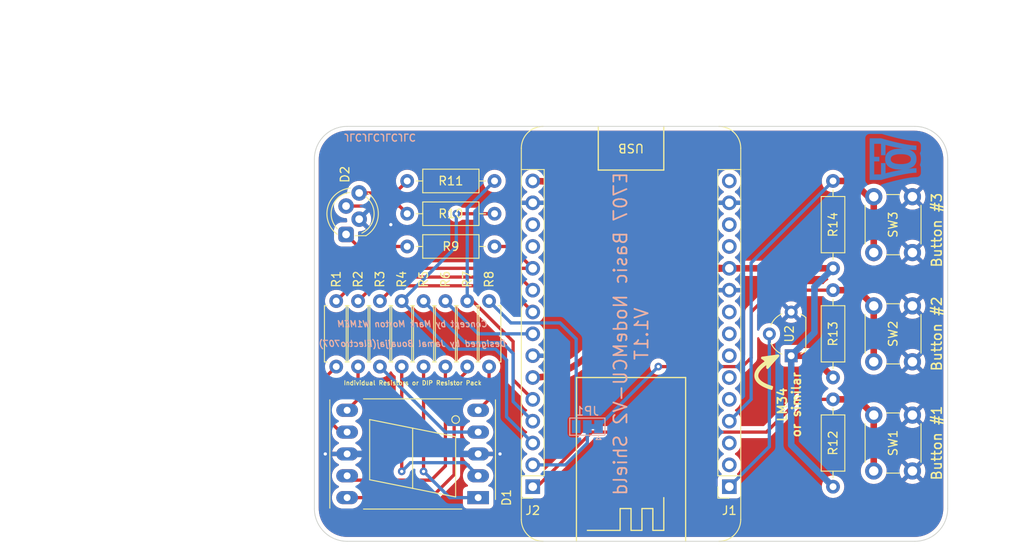
<source format=kicad_pcb>
(kicad_pcb (version 20210228) (generator pcbnew)
  (layers (0 "F.Cu" signal) (31 "B.Cu" signal) (34 "B.Paste" user) (35 "F.Paste" user) (36 "B.SilkS" user "B.Silkscreen") (37 "F.SilkS" user "F.Silkscreen") (38 "B.Mask" user) (39 "F.Mask" user) (44 "Edge.Cuts" user))
  (net 0 "")
  (net 1 "Net-(D1-Pad4)")
  (net 2 "+3V3")
  (net 3 "/BT2")
  (net 4 "/BT1")
  (net 5 "/SEGG")
  (net 6 "/SEGF")
  (net 7 "/SEGE")
  (net 8 "/SEGD")
  (net 9 "/SEGC")
  (net 10 "/SEGB")
  (net 11 "Net-(D1-Pad6)")
  (net 12 "/SEGA")
  (net 13 "GND")
  (net 14 "Net-(D1-Pad2)")
  (net 22 "Net-(D1-Pad5)")
  (net 23 "/TEMP")
  (net 24 "Net-(D1-Pad1)")
  (net 28 "Net-(D1-Pad9)")
  (net 29 "Net-(D1-Pad10)")
  (net 30 "Net-(D1-Pad7)")
  (net 31 "Net-(D2-Pad1)")
  (net 32 "Net-(D2-Pad3)")
  (net 35 "Net-(D2-Pad4)")
  (net 36 "/BT3")
  (net 37 "/SEGDP")
  (net 38 "/IO-C1")
  (footprint "Resistor_THT:R_Axial_DIN0207_L6.3mm_D2.5mm_P10.16mm_Horizontal" (layer "F.Cu") (at 186.055 37.465 180)
    (fp_text reference "R10" (at 5.08 0 180) (layer "F.SilkS"))
    (fp_text value "330")
    (pad "1" thru_hole circle (at 0 0 180) (size 1.6 1.6) (drill 0.8) (layers *.Cu *.Mask) (net 8 "/SEGD"))
    (pad "2" thru_hole oval (at 10.16 0 180) (size 1.6 1.6) (drill 0.8) (layers *.Cu *.Mask) (net 32 "Net-(D2-Pad3)"))
  )
  (footprint "Resistor_THT:R_Axial_DIN0207_L6.3mm_D2.5mm_P7.62mm_Horizontal" (layer "F.Cu") (at 182.88 47.625 -90)
    (fp_text reference "R7" (at -2.54 0 90) (layer "F.SilkS"))
    (fp_text value "330")
    (pad "1" thru_hole circle (at 0 0 270) (size 1.6 1.6) (drill 0.8) (layers *.Cu *.Mask) (net 5 "/SEGG"))
    (pad "2" thru_hole oval (at 7.62 0 270) (size 1.6 1.6) (drill 0.8) (layers *.Cu *.Mask) (net 29 "Net-(D1-Pad10)"))
  )
  (footprint "Resistor_THT:R_Axial_DIN0207_L6.3mm_D2.5mm_P7.62mm_Horizontal" (layer "F.Cu") (at 175.26 47.625 -90)
    (fp_text reference "R4" (at -2.54 0 90) (layer "F.SilkS"))
    (fp_text value "330")
    (pad "1" thru_hole circle (at 0 0 270) (size 1.6 1.6) (drill 0.8) (layers *.Cu *.Mask) (net 8 "/SEGD"))
    (pad "2" thru_hole oval (at 7.62 0 270) (size 1.6 1.6) (drill 0.8) (layers *.Cu *.Mask) (net 14 "Net-(D1-Pad2)"))
  )
  (footprint "Resistor_THT:R_Axial_DIN0207_L6.3mm_D2.5mm_P7.62mm_Horizontal" (layer "F.Cu") (at 172.72 47.625 -90)
    (fp_text reference "R3" (at -2.54 0 90) (layer "F.SilkS"))
    (fp_text value "330")
    (pad "1" thru_hole circle (at 0 0 270) (size 1.6 1.6) (drill 0.8) (layers *.Cu *.Mask) (net 9 "/SEGC"))
    (pad "2" thru_hole oval (at 7.62 0 270) (size 1.6 1.6) (drill 0.8) (layers *.Cu *.Mask) (net 1 "Net-(D1-Pad4)"))
  )
  (footprint "Connector_PinSocket_2.54mm:PinSocket_1x15_P2.54mm_Vertical" (layer "F.Cu") (at 213.36 69.215 180)
    (fp_text reference "J1" (at 0 -2.77) (layer "F.SilkS"))
    (fp_text value "Conn_01x15_Female")
    (pad "1" thru_hole rect (at 0 0 180) (size 1.7 1.7) (drill 1) (layers *.Cu *.Mask) (net 23 "/TEMP"))
    (pad "2" thru_hole oval (at 0 2.54 180) (size 1.7 1.7) (drill 1) (layers *.Cu *.Mask))
    (pad "3" thru_hole oval (at 0 5.08 180) (size 1.7 1.7) (drill 1) (layers *.Cu *.Mask))
    (pad "4" thru_hole oval (at 0 7.62 180) (size 1.7 1.7) (drill 1) (layers *.Cu *.Mask) (net 36 "/BT3"))
    (pad "5" thru_hole oval (at 0 10.16 180) (size 1.7 1.7) (drill 1) (layers *.Cu *.Mask))
    (pad "6" thru_hole oval (at 0 12.7 180) (size 1.7 1.7) (drill 1) (layers *.Cu *.Mask))
    (pad "7" thru_hole oval (at 0 15.24 180) (size 1.7 1.7) (drill 1) (layers *.Cu *.Mask))
    (pad "8" thru_hole oval (at 0 17.78 180) (size 1.7 1.7) (drill 1) (layers *.Cu *.Mask))
    (pad "9" thru_hole oval (at 0 20.32 180) (size 1.7 1.7) (drill 1) (layers *.Cu *.Mask))
    (pad "10" thru_hole oval (at 0 22.86 180) (size 1.7 1.7) (drill 1) (layers *.Cu *.Mask) (net 13 "GND"))
    (pad "11" thru_hole oval (at 0 25.4 180) (size 1.7 1.7) (drill 1) (layers *.Cu *.Mask) (net 2 "+3V3"))
    (pad "12" thru_hole oval (at 0 27.94 180) (size 1.7 1.7) (drill 1) (layers *.Cu *.Mask))
    (pad "13" thru_hole oval (at 0 30.48 180) (size 1.7 1.7) (drill 1) (layers *.Cu *.Mask))
    (pad "14" thru_hole oval (at 0 33.02 180) (size 1.7 1.7) (drill 1) (layers *.Cu *.Mask) (net 13 "GND"))
    (pad "15" thru_hole oval (at 0 35.56 180) (size 1.7 1.7) (drill 1) (layers *.Cu *.Mask))
  )
  (footprint "Logo:NPN_6x6mm" (layer "F.Cu") (at 219.71 31.115 90)
    (fp_text reference "Ref**" hide)
    (fp_text value "Val**" hide)
  )
  (footprint "Resistor_THT:R_Axial_DIN0207_L6.3mm_D2.5mm_P7.62mm_Horizontal" (layer "F.Cu") (at 180.34 47.625 -90)
    (fp_text reference "R6" (at -2.54 0 90) (layer "F.SilkS"))
    (fp_text value "330")
    (pad "1" thru_hole circle (at 0 0 270) (size 1.6 1.6) (drill 0.8) (layers *.Cu *.Mask) (net 6 "/SEGF"))
    (pad "2" thru_hole oval (at 7.62 0 270) (size 1.6 1.6) (drill 0.8) (layers *.Cu *.Mask) (net 28 "Net-(D1-Pad9)"))
  )
  (footprint "Resistor_THT:R_Axial_DIN0207_L6.3mm_D2.5mm_P7.62mm_Horizontal" (layer "F.Cu") (at 177.8 47.625 -90)
    (fp_text reference "R5" (at -2.54 0 90) (layer "F.SilkS"))
    (fp_text value "330")
    (pad "1" thru_hole circle (at 0 0 270) (size 1.6 1.6) (drill 0.8) (layers *.Cu *.Mask) (net 7 "/SEGE"))
    (pad "2" thru_hole oval (at 7.62 0 270) (size 1.6 1.6) (drill 0.8) (layers *.Cu *.Mask) (net 24 "Net-(D1-Pad1)"))
  )
  (footprint "Resistor_THT:R_Axial_DIN0207_L6.3mm_D2.5mm_P10.16mm_Horizontal" (layer "F.Cu") (at 225.425 43.815 90)
    (fp_text reference "R14" (at 5.08 0 90) (layer "F.SilkS"))
    (fp_text value "1k")
    (pad "1" thru_hole circle (at 0 0 90) (size 1.6 1.6) (drill 0.8) (layers *.Cu *.Mask) (net 2 "+3V3"))
    (pad "2" thru_hole oval (at 10.16 0 90) (size 1.6 1.6) (drill 0.8) (layers *.Cu *.Mask) (net 36 "/BT3"))
  )
  (footprint "Package_TO_SOT_THT:TO-92L_Wide" (layer "F.Cu") (at 220.5575 53.985 90)
    (fp_text reference "U2" (at 2.55 -0.2125 90) (layer "F.SilkS"))
    (fp_text value "LM35-LP")
    (pad "1" thru_hole rect (at 0 0 90) (size 1.5 1.5) (drill 0.8) (layers *.Cu *.Mask) (net 2 "+3V3"))
    (pad "2" thru_hole circle (at 2.54 -2.54 90) (size 1.5 1.5) (drill 0.8) (layers *.Cu *.Mask) (net 23 "/TEMP"))
    (pad "3" thru_hole circle (at 5.08 0 90) (size 1.5 1.5) (drill 0.8) (layers *.Cu *.Mask) (net 13 "GND"))
  )
  (footprint "Resistor_THT:R_Axial_DIN0207_L6.3mm_D2.5mm_P7.62mm_Horizontal" (layer "F.Cu") (at 167.64 47.625 -90)
    (fp_text reference "R1" (at -2.54 0 90) (layer "F.SilkS"))
    (fp_text value "330")
    (pad "1" thru_hole circle (at 0 0 270) (size 1.6 1.6) (drill 0.8) (layers *.Cu *.Mask) (net 12 "/SEGA"))
    (pad "2" thru_hole oval (at 7.62 0 270) (size 1.6 1.6) (drill 0.8) (layers *.Cu *.Mask) (net 30 "Net-(D1-Pad7)"))
  )
  (footprint "Resistor_THT:R_Axial_DIN0207_L6.3mm_D2.5mm_P10.16mm_Horizontal" (layer "F.Cu") (at 225.425 69.215 90)
    (fp_text reference "R12" (at 5.08 0 90) (layer "F.SilkS"))
    (fp_text value "1k")
    (pad "1" thru_hole circle (at 0 0 90) (size 1.6 1.6) (drill 0.8) (layers *.Cu *.Mask) (net 2 "+3V3"))
    (pad "2" thru_hole oval (at 10.16 0 90) (size 1.6 1.6) (drill 0.8) (layers *.Cu *.Mask) (net 4 "/BT1"))
  )
  (footprint "Resistor_THT:R_Axial_DIN0207_L6.3mm_D2.5mm_P10.16mm_Horizontal" (layer "F.Cu") (at 186.055 41.275 180)
    (fp_text reference "R9" (at 5.08 0 180) (layer "F.SilkS"))
    (fp_text value "330")
    (pad "1" thru_hole circle (at 0 0 180) (size 1.6 1.6) (drill 0.8) (layers *.Cu *.Mask) (net 12 "/SEGA"))
    (pad "2" thru_hole oval (at 10.16 0 180) (size 1.6 1.6) (drill 0.8) (layers *.Cu *.Mask) (net 31 "Net-(D2-Pad1)"))
  )
  (footprint "Connector_PinSocket_2.54mm:PinSocket_1x15_P2.54mm_Vertical" (layer "F.Cu") (at 190.5 69.215 180)
    (fp_text reference "J2" (at 0 -2.77) (layer "F.SilkS"))
    (fp_text value "Conn_01x15_Female")
    (pad "1" thru_hole rect (at 0 0 180) (size 1.7 1.7) (drill 1) (layers *.Cu *.Mask) (net 4 "/BT1"))
    (pad "2" thru_hole oval (at 0 2.54 180) (size 1.7 1.7) (drill 1) (layers *.Cu *.Mask) (net 38 "/IO-C1"))
    (pad "3" thru_hole oval (at 0 5.08 180) (size 1.7 1.7) (drill 1) (layers *.Cu *.Mask) (net 8 "/SEGD"))
    (pad "4" thru_hole oval (at 0 7.62 180) (size 1.7 1.7) (drill 1) (layers *.Cu *.Mask) (net 7 "/SEGE"))
    (pad "5" thru_hole oval (at 0 10.16 180) (size 1.7 1.7) (drill 1) (layers *.Cu *.Mask) (net 5 "/SEGG"))
    (pad "6" thru_hole oval (at 0 12.7 180) (size 1.7 1.7) (drill 1) (layers *.Cu *.Mask) (net 2 "+3V3"))
    (pad "7" thru_hole oval (at 0 15.24 180) (size 1.7 1.7) (drill 1) (layers *.Cu *.Mask) (net 13 "GND"))
    (pad "8" thru_hole oval (at 0 17.78 180) (size 1.7 1.7) (drill 1) (layers *.Cu *.Mask) (net 6 "/SEGF"))
    (pad "9" thru_hole oval (at 0 20.32 180) (size 1.7 1.7) (drill 1) (layers *.Cu *.Mask) (net 9 "/SEGC"))
    (pad "10" thru_hole oval (at 0 22.86 180) (size 1.7 1.7) (drill 1) (layers *.Cu *.Mask) (net 10 "/SEGB"))
    (pad "11" thru_hole oval (at 0 25.4 180) (size 1.7 1.7) (drill 1) (layers *.Cu *.Mask) (net 12 "/SEGA"))
    (pad "12" thru_hole oval (at 0 27.94 180) (size 1.7 1.7) (drill 1) (layers *.Cu *.Mask))
    (pad "13" thru_hole oval (at 0 30.48 180) (size 1.7 1.7) (drill 1) (layers *.Cu *.Mask))
    (pad "14" thru_hole oval (at 0 33.02 180) (size 1.7 1.7) (drill 1) (layers *.Cu *.Mask) (net 13 "GND"))
    (pad "15" thru_hole oval (at 0 35.56 180) (size 1.7 1.7) (drill 1) (layers *.Cu *.Mask) (net 2 "+3V3"))
  )
  (footprint "Button_Switch_THT:SW_PUSH_6mm" (layer "F.Cu") (at 230.16 41.985 90)
    (fp_text reference "SW3" (at 3.25 2.25 90) (layer "F.SilkS"))
    (fp_text value "SW_Push")
    (pad "1" thru_hole circle (at 0 0 180) (size 2 2) (drill 1.1) (layers *.Cu *.Mask) (net 36 "/BT3"))
    (pad "1" thru_hole circle (at 6.5 0 180) (size 2 2) (drill 1.1) (layers *.Cu *.Mask) (net 36 "/BT3"))
    (pad "2" thru_hole circle (at 0 4.5 180) (size 2 2) (drill 1.1) (layers *.Cu *.Mask) (net 13 "GND"))
    (pad "2" thru_hole circle (at 6.5 4.5 180) (size 2 2) (drill 1.1) (layers *.Cu *.Mask) (net 13 "GND"))
  )
  (footprint "Button_Switch_THT:SW_PUSH_6mm" (layer "F.Cu") (at 230.16 67.385 90)
    (fp_text reference "SW1" (at 3.25 2.25 90) (layer "F.SilkS"))
    (fp_text value "SW_Push")
    (pad "1" thru_hole circle (at 0 0 180) (size 2 2) (drill 1.1) (layers *.Cu *.Mask) (net 4 "/BT1"))
    (pad "1" thru_hole circle (at 6.5 0 180) (size 2 2) (drill 1.1) (layers *.Cu *.Mask) (net 4 "/BT1"))
    (pad "2" thru_hole circle (at 0 4.5 180) (size 2 2) (drill 1.1) (layers *.Cu *.Mask) (net 13 "GND"))
    (pad "2" thru_hole circle (at 6.5 4.5 180) (size 2 2) (drill 1.1) (layers *.Cu *.Mask) (net 13 "GND"))
  )
  (footprint "Resistor_THT:R_Axial_DIN0207_L6.3mm_D2.5mm_P10.16mm_Horizontal" (layer "F.Cu") (at 225.425 56.515 90)
    (fp_text reference "R13" (at 5.08 0 90) (layer "F.SilkS"))
    (fp_text value "1k")
    (pad "1" thru_hole circle (at 0 0 90) (size 1.6 1.6) (drill 0.8) (layers *.Cu *.Mask) (net 2 "+3V3"))
    (pad "2" thru_hole oval (at 10.16 0 90) (size 1.6 1.6) (drill 0.8) (layers *.Cu *.Mask) (net 3 "/BT2"))
  )
  (footprint "Resistor_THT:R_Axial_DIN0207_L6.3mm_D2.5mm_P10.16mm_Horizontal" (layer "F.Cu") (at 186.055 33.655 180)
    (fp_text reference "R11" (at 5.08 0) (layer "F.SilkS"))
    (fp_text value "330")
    (pad "1" thru_hole circle (at 0 0 180) (size 1.6 1.6) (drill 0.8) (layers *.Cu *.Mask) (net 5 "/SEGG"))
    (pad "2" thru_hole oval (at 10.16 0 180) (size 1.6 1.6) (drill 0.8) (layers *.Cu *.Mask) (net 35 "Net-(D2-Pad4)"))
  )
  (footprint "Resistor_THT:R_Axial_DIN0207_L6.3mm_D2.5mm_P7.62mm_Horizontal" (layer "F.Cu") (at 185.42 47.625 -90)
    (fp_text reference "R8" (at -2.54 0 -90) (layer "F.SilkS"))
    (fp_text value "330")
    (pad "1" thru_hole circle (at 0 0 270) (size 1.6 1.6) (drill 0.8) (layers *.Cu *.Mask) (net 37 "/SEGDP"))
    (pad "2" thru_hole oval (at 7.62 0 270) (size 1.6 1.6) (drill 0.8) (layers *.Cu *.Mask) (net 22 "Net-(D1-Pad5)"))
  )
  (footprint "Button_Switch_THT:SW_PUSH_6mm" (layer "F.Cu") (at 230.16 54.685 90)
    (fp_text reference "SW2" (at 3.25 2.25 270) (layer "F.SilkS"))
    (fp_text value "SW_Push")
    (pad "1" thru_hole circle (at 0 0 180) (size 2 2) (drill 1.1) (layers *.Cu *.Mask) (net 3 "/BT2"))
    (pad "1" thru_hole circle (at 6.5 0 180) (size 2 2) (drill 1.1) (layers *.Cu *.Mask) (net 3 "/BT2"))
    (pad "2" thru_hole circle (at 6.5 4.5 180) (size 2 2) (drill 1.1) (layers *.Cu *.Mask) (net 13 "GND"))
    (pad "2" thru_hole circle (at 0 4.5 180) (size 2 2) (drill 1.1) (layers *.Cu *.Mask) (net 13 "GND"))
  )
  (footprint "Resistor_THT:R_Axial_DIN0207_L6.3mm_D2.5mm_P7.62mm_Horizontal" (layer "F.Cu") (at 170.18 47.625 -90)
    (fp_text reference "R2" (at -2.54 0 90) (layer "F.SilkS"))
    (fp_text value "330")
    (pad "1" thru_hole circle (at 0 0 270) (size 1.6 1.6) (drill 0.8) (layers *.Cu *.Mask) (net 10 "/SEGB"))
    (pad "2" thru_hole oval (at 7.62 0 270) (size 1.6 1.6) (drill 0.8) (layers *.Cu *.Mask) (net 11 "Net-(D1-Pad6)"))
  )
  (footprint "Display_7Segment:7SegmentLED_LTS6760_LTS6780" (layer "F.Cu") (at 184.15 70.485 180)
    (fp_text reference "D1" (at -3.302 0 90) (layer "F.SilkS"))
    (fp_text value "SM420561N")
    (pad "1" thru_hole rect (at 0 0 90) (size 1.524 2.524) (drill 0.8) (layers *.Cu *.Mask) (net 24 "Net-(D1-Pad1)"))
    (pad "2" thru_hole oval (at 0 2.54 90) (size 1.524 2.524) (drill 0.8) (layers *.Cu *.Mask) (net 14 "Net-(D1-Pad2)"))
    (pad "3" thru_hole oval (at 0 5.08 90) (size 1.524 2.524) (drill 0.8) (layers *.Cu *.Mask) (net 13 "GND"))
    (pad "4" thru_hole oval (at 0 7.62 90) (size 1.524 2.524) (drill 0.8) (layers *.Cu *.Mask) (net 1 "Net-(D1-Pad4)"))
    (pad "5" thru_hole oval (at 0 10.16 90) (size 1.524 2.524) (drill 0.8) (layers *.Cu *.Mask) (net 22 "Net-(D1-Pad5)"))
    (pad "6" thru_hole oval (at 15.24 10.16 90) (size 1.524 2.524) (drill 0.8) (layers *.Cu *.Mask) (net 11 "Net-(D1-Pad6)"))
    (pad "7" thru_hole oval (at 15.24 7.62 90) (size 1.524 2.524) (drill 0.8) (layers *.Cu *.Mask) (net 30 "Net-(D1-Pad7)"))
    (pad "8" thru_hole oval (at 15.24 5.08 90) (size 1.524 2.524) (drill 0.8) (layers *.Cu *.Mask) (net 13 "GND"))
    (pad "9" thru_hole oval (at 15.24 2.54 90) (size 1.524 2.524) (drill 0.8) (layers *.Cu *.Mask) (net 28 "Net-(D1-Pad9)"))
    (pad "10" thru_hole oval (at 15.24 0 90) (size 1.524 2.524) (drill 0.8) (layers *.Cu *.Mask) (net 29 "Net-(D1-Pad10)"))
  )
  (footprint "LED_THT:LED_D5.0mm-4_RGB_Staggered_Pins" (layer "F.Cu") (at 168.785 39.875 90)
    (fp_text reference "D2" (at 6.982 -0.129 90) (layer "F.SilkS"))
    (fp_text value "LED_RKGB")
    (pad "1" thru_hole roundrect (at 0 0 90) (size 1.8 1.8) (drill 0.9) (layers *.Cu *.Mask) (net 31 "Net-(D2-Pad1)"))
    (pad "2" thru_hole circle (at 1.778 1.524 90) (size 1.8 1.8) (drill 0.9) (layers *.Cu *.Mask) (net 13 "GND"))
    (pad "3" thru_hole circle (at 3.302 0 90) (size 1.8 1.8) (drill 0.9) (layers *.Cu *.Mask) (net 32 "Net-(D2-Pad3)"))
    (pad "4" thru_hole circle (at 4.826 1.524 90) (size 1.8 1.8) (drill 0.9) (layers *.Cu *.Mask) (net 35 "Net-(D2-Pad4)"))
  )
  (footprint "Logo:NPN_6x6mm" (layer "B.Cu") (at 219.71 71.755 -90)
    (fp_text reference "Ref**" hide)
    (fp_text value "Val**" hide)
  )
  (footprint "Jumper:SolderJumper-3_P1.3mm_Bridged12_Pad1.0x1.5mm" (layer "B.Cu") (at 196.85 62.23 180)
    (fp_text reference "JP1" (at 0 1.8) (layer "B.SilkS") (effects (justify mirror)))
    (fp_text value "SolderJumper_3_Bridged12")
    (fp_poly (pts (xy -0.9 0.3) (xy -0.4 0.3) (xy -0.4 -0.3) (xy -0.9 -0.3)) (layer "B.Cu") (width 0) (fill solid))
    (pad "1" smd rect (at -1.3 0 180) (size 1 1.5) (layers "B.Cu" "B.Mask") (net 3 "/BT2"))
    (pad "2" smd rect (at 0 0 180) (size 1 1.5) (layers "B.Cu" "B.Mask") (net 38 "/IO-C1"))
    (pad "3" smd rect (at 1.3 0 180) (size 1 1.5) (layers "B.Cu" "B.Mask") (net 37 "/SEGDP"))
  )
  (footprint "Logo:new_707_logo_6x6.6" (layer "B.Cu") (at 232.41 31.115 -90)
    (fp_text reference "G***" hide)
    (fp_text value "LOGO" hide)
    (fp_poly (pts (xy 2.41819 1.372249) (xy 2.396664 1.305673) (xy 2.379427 1.250958) (xy 2.359666 1.185745) (xy 2.337697 1.111195) (xy 2.313836 1.028468) (xy 2.288401 0.938727) (xy 2.261706 0.843133) (xy 2.23407 0.742846) (xy 2.205808 0.639029) (xy 2.177237 0.532842) (xy 2.148673 0.425447) (xy 2.120432 0.318004) (xy 2.092833 0.211677) (xy 2.066189 0.107624) (xy 2.040819 0.007009) (xy 2.021235 -0.071924) (xy 1.956662 -0.339246) (xy 1.897184 -0.595728) (xy 1.842798 -0.841394) (xy 1.793498 -1.076268) (xy 1.749281 -1.300375) (xy 1.710143 -1.513739) (xy 1.67608 -1.716382) (xy 1.647087 -1.90833) (xy 1.62316 -2.089605) (xy 1.604295 -2.260233) (xy 1.590488 -2.420237) (xy 1.581735 -2.569641) (xy 1.580429 -2.602705) (xy 1.576303 -2.718214) (xy 1.062083 -2.718214) (xy 1.062141 -2.638708) (xy 1.063324 -2.554964) (xy 1.066776 -2.461521) (xy 1.072519 -2.358057) (xy 1.080578 -2.24425) (xy 1.090976 -2.119777) (xy 1.103737 -1.984317) (xy 1.118885 -1.837546) (xy 1.125272 -1.778743) (xy 1.125539 -1.770387) (xy 1.123318 -1.772036) (xy 1.118434 -1.784104) (xy 1.110713 -1.807007) (xy 1.102458 -1.833145) (xy 1.058045 -1.961649) (xy 1.007753 -2.079761) (xy 0.951491 -2.187601) (xy 0.889168 -2.285291) (xy 0.820694 -2.37295) (xy 0.745978 -2.4507) (xy 0.664929 -2.51866) (xy 0.577456 -2.576952) (xy 0.519041 -2.60875) (xy 0.438495 -2.644961) (xy 0.356109 -2.673463) (xy 0.270069 -2.694638) (xy 0.178559 -2.708869) (xy 0.079767 -2.716538) (xy 0 -2.718214) (xy -0.105586 -2.715192) (xy -0.202524 -2.705874) (xy -0.29261 -2.68988) (xy -0.377636 -2.666833) (xy -0.459397 -2.636355) (xy -0.518914 -2.608763) (xy -0.575805 -2.578348) (xy -0.626451 -2.546848) (xy -0.674082 -2.511916) (xy -0.721928 -2.471205) (xy -0.767136 -2.42838) (xy -0.837043 -2.352516) (xy -0.900815 -2.268394) (xy -0.958772 -2.175448) (xy -1.011234 -2.073109) (xy -1.058521 -1.96081) (xy -1.100951 -1.837985) (xy -1.102459 -1.833145) (xy -1.112554 -1.801355) (xy -1.119673 -1.780729) (xy -1.123992 -1.770853) (xy -1.125683 -1.77131) (xy -1.125272 -1.778743) (xy -1.109211 -1.929896) (xy -1.095546 -2.069616) (xy -1.084253 -2.198226) (xy -1.075308 -2.316048) (xy -1.068687 -2.423404) (xy -1.064368 -2.520617) (xy -1.062325 -2.608009) (xy -1.062141 -2.638708) (xy -1.062084 -2.718214) (xy -1.578125 -2.718214) (xy -1.578212 -2.66871) (xy -1.578816 -2.634732) (xy -1.580429 -2.591312) (xy -1.582904 -2.540957) (xy -1.586093 -2.486169) (xy -1.589848 -2.429455) (xy -1.594021 -2.373318) (xy -1.598464 -2.320262) (xy -1.599378 -2.310182) (xy -1.6157 -2.152954) (xy -1.636703 -1.985137) (xy -1.6623 -1.807156) (xy -1.674009 -1.734137) (xy -1.13409 -1.734137) (xy -1.131894 -1.739076) (xy -1.130089 -1.738137) (xy -1.129371 -1.731016) (xy -1.130089 -1.730137) (xy -1.133657 -1.73096) (xy -1.13409 -1.734137) (xy -1.674009 -1.734137) (xy -1.692403 -1.619436) (xy -1.726926 -1.422401) (xy -1.76578 -1.216477) (xy -1.80888 -1.002087) (xy -1.856137 -0.779656) (xy -1.907464 -0.549609) (xy -1.962775 -0.312371) (xy -2.021982 -0.068366) (xy -2.084998 0.181981) (xy -2.151735 0.438246) (xy -2.203089 0.630049) (xy -2.219704 0.690959) (xy -2.237759 0.756343) (xy -2.256807 0.824641) (xy -2.276402 0.894294) (xy -2.296098 0.963742) (xy -2.315448 1.031426) (xy -2.334005 1.095787) (xy -2.351324 1.155264) (xy -2.366958 1.208298) (xy -2.38046 1.25333) (xy -2.391384 1.2888) (xy -2.394035 1.297164) (xy -2.418191 1.372723) (xy -2.418191 2.202173) (xy -1.782141 2.202173) (xy -1.782141 1.39811) (xy -0.462037 1.39811) (xy -0.462037 0.882069) (xy -1.654092 0.882069) (xy -1.633705 0.811564) (xy -1.612682 0.736506) (xy -1.589905 0.650823) (xy -1.565654 0.555718) (xy -1.540209 0.452391) (xy -1.513853 0.342047) (xy -1.486865 0.225886) (xy -1.459526 0.10511) (xy -1.432117 -0.019077) (xy -1.404919 -0.145475) (xy -1.378213 -0.27288) (xy -1.362191 -0.351028) (xy -1.352471 -0.399569) (xy -1.341455 -0.455802) (xy -1.329457 -0.518034) (xy -1.31679 -0.584571) (xy -1.303767 -0.65372) (xy -1.290703 -0.723787) (xy -1.277909 -0.79308) (xy -1.265701 -0.859905) (xy -1.25439 -0.922568) (xy -1.244291 -0.979376) (xy -1.235718 -1.028636) (xy -1.228983 -1.068654) (xy -1.226416 -1.084586) (xy -1.222177 -1.111285) (xy -1.218678 -1.132997) (xy -1.216301 -1.147371) (xy -1.215433 -1.152091) (xy -1.215361 -1.1463) (xy -1.215293 -1.129757) (xy -1.215233 -1.103716) (xy -1.215182 -1.069426) (xy -1.215141 -1.028139) (xy -1.215113 -0.981104) (xy -1.215098 -0.929573) (xy -1.215096 -0.904572) (xy -1.215015 -0.871861) (xy -0.578397 -0.871861) (xy -0.578368 -0.935562) (xy -0.577835 -0.998034) (xy -0.576798 -1.057076) (xy -0.575256 -1.110484) (xy -0.57321 -1.156055) (xy -0.570978 -1.188094) (xy -0.556224 -1.321629) (xy -0.536432 -1.444449) (xy -0.511613 -1.556531) (xy -0.481779 -1.657853) (xy -0.446943 -1.748394) (xy -0.407116 -1.82813) (xy -0.36231 -1.89704) (xy -0.312538 -1.955102) (xy -0.25781 -2.002293) (xy -0.198138 -2.038592) (xy -0.133536 -2.063975) (xy -0.09602 -2.073253) (xy -0.050254 -2.07936) (xy 0.001035 -2.081273) (xy 0.052118 -2.078981) (xy 0.09136 -2.073667) (xy 0.159442 -2.054712) (xy 0.222489 -2.024867) (xy 0.2805 -1.984133) (xy 0.333473 -1.932515) (xy 0.381405 -1.870017) (xy 0.424295 -1.796641) (xy 0.452373 -1.734137) (xy 1.128089 -1.734137) (xy 1.130284 -1.739076) (xy 1.132089 -1.738137) (xy 1.132807 -1.731016) (xy 1.132089 -1.730137) (xy 1.128522 -1.73096) (xy 1.128089 -1.734137) (xy 0.452373 -1.734137) (xy 0.462142 -1.712392) (xy 0.494942 -1.617273) (xy 0.522695 -1.511286) (xy 0.545397 -1.394437) (xy 0.563049 -1.266728) (xy 0.570935 -1.188094) (xy 0.573405 -1.151406) (xy 0.575377 -1.104927) (xy 0.576849 -1.050857) (xy 0.577823 -0.991397) (xy 0.578297 -0.928746) (xy 0.578272 -0.865104) (xy 0.577749 -0.802671) (xy 0.576726 -0.743647) (xy 0.575204 -0.690232) (xy 0.573183 -0.644626) (xy 0.570935 -0.612049) (xy 0.556355 -0.479006) (xy 0.536862 -0.356852) (xy 0.512432 -0.245519) (xy 0.48304 -0.144936) (xy 0.448665 -0.055034) (xy 0.409281 0.024256) (xy 0.364867 0.093006) (xy 0.315398 0.151283) (xy 0.31284 0.153874) (xy 0.257941 0.201361) (xy 0.198552 0.237786) (xy 0.134369 0.263275) (xy 0.06509 0.277952) (xy 0 0.282022) (xy -0.074317 0.276576) (xy -0.143596 0.260237) (xy -0.207838 0.233005) (xy -0.267042 0.194882) (xy -0.321209 0.145866) (xy -0.370339 0.085958) (xy -0.414431 0.015158) (xy -0.453485 -0.066535) (xy -0.487502 -0.159119) (xy -0.516481 -0.262595) (xy -0.540422 -0.376962) (xy -0.559325 -0.502222) (xy -0.570978 -0.612049) (xy -0.57347 -0.648842) (xy -0.575458 -0.695424) (xy -0.576942 -0.749589) (xy -0.577922 -0.809136) (xy -0.578397 -0.871861) (xy -1.215015 -0.871861) (xy -1.214898 -0.82518) (xy -1.214226 -0.755741) (xy -1.212967 -0.694214) (xy -1.211005 -0.638555) (xy -1.208226 -0.586722) (xy -1.204515 -0.536674) (xy -1.199758 -0.486368) (xy -1.193839 -0.433761) (xy -1.186645 -0.376812) (xy -1.184599 -0.361397) (xy -1.160031 -0.208353) (xy -1.128529 -0.064457) (xy -1.090144 0.07015) (xy -1.044928 0.195327) (xy -0.992933 0.310934) (xy -0.934209 0.41683) (xy -0.868809 0.512876) (xy -0.8588 0.525945) (xy -0.833528 0.556539) (xy -0.802865 0.590706) (xy -0.769514 0.625669) (xy -0.73618 0.65865) (xy -0.705566 0.68687) (xy -0.687054 0.70242) (xy -0.601033 0.762983) (xy -0.508032 0.814086) (xy -0.408848 0.855413) (xy -0.304273 0.886649) (xy -0.195102 0.907477) (xy -0.160749 0.911739) (xy -0.123095 0.914741) (xy -0.076914 0.916737) (xy -0.025639 0.917727) (xy 0.027298 0.917711) (xy 0.078465 0.916689) (xy 0.124429 0.914662) (xy 0.160749 0.911739) (xy 0.273215 0.893972) (xy 0.379749 0.865814) (xy 0.480274 0.827347) (xy 0.574716 0.778654) (xy 0.663001 0.719817) (xy 0.745051 0.65092) (xy 0.820794 0.572043) (xy 0.890153 0.483272) (xy 0.953054 0.384687) (xy 1.009422 0.276372) (xy 1.059181 0.158409) (xy 1.102256 0.03088) (xy 1.138573 -0.10613) (xy 1.155145 -0.183015) (xy 1.169905 -0.261514) (xy 1.182255 -0.337648) (xy 1.192356 -0.413346) (xy 1.20037 -0.490535) (xy 1.206457 -0.571143) (xy 1.210779 -0.657099) (xy 1.213496 -0.750329) (xy 1.214769 -0.852763) (xy 1.214912 -0.8989) (xy 1.215095 -1.152749) (xy 1.225683 -1.087915) (xy 1.243951 -0.979149) (xy 1.264227 -0.864046) (xy 1.28626 -0.743771) (xy 1.3098 -0.61949) (xy 1.334598 -0.492369) (xy 1.360403 -0.363574) (xy 1.386966 -0.234271) (xy 1.414036 -0.105625) (xy 1.441363 0.021197) (xy 1.468697 0.145031) (xy 1.495789 0.264709) (xy 1.522388 0.379067) (xy 1.548244 0.486938) (xy 1.573107 0.587156) (xy 1.596728 0.678556) (xy 1.618856 0.759972) (xy 1.631333 0.803615) (xy 1.654266 0.882069) (xy 0.462036 0.882069) (xy 0.462036 1.39811) (xy 1.78214 1.39811) (xy 1.78214 2.202173) (xy 0.25802 2.202173) (xy 0.25802 1.602126) (xy -0.258021 1.602126) (xy -0.258021 2.202173) (xy -1.782141 2.202173) (xy -2.418191 2.202173) (xy -2.418191 2.718214) (xy 2.41819 2.718214) (xy 2.41819 1.372249)) (layer "B.Cu") (width 0.01) (fill solid))
  )
  (gr_line (start 208.28 56.515) (end 208.28 75.565) (layer "F.SilkS") (width 0.15))
  (gr_line (start 200.66 71.755) (end 201.93 71.755) (layer "F.SilkS") (width 0.15))
  (gr_line (start 214.69 32.325) (end 214.69 29.845) (layer "F.SilkS") (width 0.12))
  (gr_line (start 198.12 32.385) (end 205.74 32.385) (layer "F.SilkS") (width 0.15))
  (gr_line (start 204.47 71.755) (end 204.47 74.295) (layer "F.SilkS") (width 0.15))
  (gr_arc (start 212.15 29.845) (end 214.69 29.845) (angle -90) (layer "F.SilkS") (width 0.12))
  (gr_line (start 189.17 32.325) (end 189.17 29.845) (layer "F.SilkS") (width 0.12))
  (gr_poly (pts (xy 217.15962 54.205271) (xy 217.161034 54.203829) (xy 217.162504 54.20245) (xy 217.164024 54.201134) (xy 217.165593 54.199881) (xy 217.167204 54.198698) (xy 217.168866 54.197581) (xy 217.17057 54.19653) (xy 217.172307 54.195551) (xy 217.174087 54.194641) (xy 217.175905 54.193804) (xy 217.177755 54.19304) (xy 217.179634 54.192351) (xy 217.181549 54.191736) (xy 217.183483 54.191201) (xy 217.185446 54.190742) (xy 217.187428 54.190361) (xy 219.019841 53.933003) (xy 219.023948 53.932667) (xy 219.027959 53.93265) (xy 219.031859 53.93294) (xy 219.035642 53.933517) (xy 219.039301 53.934376) (xy 219.042827 53.935501) (xy 219.046216 53.936874) (xy 219.049461 53.938486) (xy 219.052556 53.940326) (xy 219.055484 53.94237) (xy 219.058248 53.944618) (xy 219.060832 53.947049) (xy 219.063236 53.949649) (xy 219.065454 53.952407) (xy 219.067468 53.955312) (xy 219.06928 53.958344) (xy 219.070876 53.961493) (xy 219.072257 53.964747) (xy 219.073407 53.968093) (xy 219.074326 53.971516) (xy 219.075 53.975) (xy 219.075423 53.978533) (xy 219.075594 53.982103) (xy 219.075497 53.985698) (xy 219.075134 53.989304) (xy 219.074486 53.992902) (xy 219.073549 53.996487) (xy 219.072324 54.00004) (xy 219.070797 54.003549) (xy 219.068961 54.006997) (xy 219.066809 54.010381) (xy 219.06433 54.013676) (xy 217.835268 55.399413) (xy 217.832144 55.402712) (xy 217.828867 55.405635) (xy 217.825458 55.408199) (xy 217.821936 55.410402) (xy 217.81832 55.412254) (xy 217.814624 55.413769) (xy 217.810865 55.414948) (xy 217.807065 55.415803) (xy 217.803236 55.416346) (xy 217.799403 55.416575) (xy 217.795577 55.416504) (xy 217.791781 55.416143) (xy 217.788025 55.415492) (xy 217.784331 55.414575) (xy 217.780719 55.413382) (xy 217.777204 55.411932) (xy 217.773809 55.410223) (xy 217.770542 55.408278) (xy 217.767424 55.40609) (xy 217.764476 55.403676) (xy 217.761714 55.401042) (xy 217.759157 55.3982) (xy 217.756819 55.395152) (xy 217.754715 55.391907) (xy 217.752874 55.388472) (xy 217.751306 55.384859) (xy 217.750027 55.381076) (xy 217.749059 55.377127) (xy 217.748416 55.373022) (xy 217.748118 55.368776) (xy 217.748182 55.364381) (xy 217.748627 55.359859) (xy 217.75329 55.317864) (xy 217.756271 55.275995) (xy 217.757591 55.234283) (xy 217.757272 55.19278) (xy 217.755334 55.151521) (xy 217.751806 55.110555) (xy 217.746702 55.069921) (xy 217.740047 55.029658) (xy 217.731863 54.989805) (xy 217.722174 54.950418) (xy 217.710999 54.911526) (xy 217.698359 54.873177) (xy 217.684281 54.835412) (xy 217.668782 54.798271) (xy 217.651885 54.761795) (xy 217.633612 54.726029) (xy 217.613985 54.691018) (xy 217.593029 54.656798) (xy 217.570763 54.623416) (xy 217.547207 54.59091) (xy 217.522386 54.559323) (xy 217.496323 54.528699) (xy 217.469038 54.499079) (xy 217.440555 54.470502) (xy 217.41089 54.443013) (xy 217.380071 54.416658) (xy 217.348118 54.39147) (xy 217.31505 54.367499) (xy 217.280896 54.344782) (xy 217.245671 54.323363) (xy 217.2094 54.303284) (xy 217.172103 54.284586) (xy 217.169364 54.283072) (xy 217.166765 54.281426) (xy 217.164308 54.279648) (xy 217.161992 54.277743) (xy 217.159816 54.275726) (xy 217.157792 54.2736) (xy 217.155905 54.271375) (xy 217.154169 54.269059) (xy 217.152579 54.266656) (xy 217.151142 54.264178) (xy 217.149856 54.26163) (xy 217.148716 54.25902) (xy 217.14773 54.256351) (xy 217.146901 54.253639) (xy 217.146225 54.250888) (xy 217.145706 54.248101) (xy 217.145344 54.245293) (xy 217.145141 54.242465) (xy 217.145101 54.23963) (xy 217.145217 54.236789) (xy 217.145495 54.233954) (xy 217.145942 54.231134) (xy 217.146546 54.228332) (xy 217.147323 54.225559) (xy 217.148263 54.222818) (xy 217.149372 54.220125) (xy 217.150648 54.217481) (xy 217.152097 54.214894) (xy 217.153719 54.212373) (xy 217.155513 54.209924) (xy 217.157478 54.207552) (xy 217.15962 54.205271)) (layer "F.SilkS") (width 0.2032) (fill solid))
  (gr_line (start 203.2 74.295) (end 203.2 71.755) (layer "F.SilkS") (width 0.15))
  (gr_line (start 205.74 32.385) (end 205.74 27.305) (layer "F.SilkS") (width 0.15))
  (gr_line (start 203.2 71.755) (end 204.47 71.755) (layer "F.SilkS") (width 0.15))
  (gr_arc (start 191.71 29.845) (end 191.71 27.305) (angle -90) (layer "F.SilkS") (width 0.12))
  (gr_line (start 195.58 75.565) (end 195.58 56.515) (layer "F.SilkS") (width 0.15))
  (gr_line (start 214.69 67.945) (end 214.69 73.025) (layer "F.SilkS") (width 0.12))
  (gr_arc (start 191.71 73.025) (end 189.17 73.025) (angle -90) (layer "F.SilkS") (width 0.12))
  (gr_line (start 204.47 74.295) (end 205.74 74.295) (layer "F.SilkS") (width 0.15))
  (gr_line (start 198.12 27.305) (end 198.12 32.385) (layer "F.SilkS") (width 0.15))
  (gr_line (start 205.74 74.295) (end 205.74 70.485) (layer "F.SilkS") (width 0.15))
  (gr_line (start 195.58 56.515) (end 208.28 56.515) (layer "F.SilkS") (width 0.15))
  (gr_line (start 201.93 71.755) (end 201.93 74.295) (layer "F.SilkS") (width 0.15))
  (gr_poly (pts (xy 216.537324 55.712602) (xy 216.594418 55.619247) (xy 216.660139 55.524593) (xy 216.734782 55.428579) (xy 216.818657 55.331143) (xy 216.912059 55.232224) (xy 217.015283 55.131762) (xy 217.128635 55.029696) (xy 217.25241 54.925962) (xy 217.386912 54.820502) (xy 217.532438 54.713256) (xy 217.689287 54.604159) (xy 217.857764 54.493151) (xy 218.038168 54.380171) (xy 218.230789 54.265159) (xy 218.435938 54.148052) (xy 218.653909 54.028788) (xy 218.779655 54.261784) (xy 218.565907 54.378882) (xy 218.365368 54.493744) (xy 218.177724 54.606333) (xy 218.002659 54.716607) (xy 217.839851 54.824526) (xy 217.68899 54.930055) (xy 217.54976 55.033148) (xy 217.421843 55.133769) (xy 217.304925 55.231876) (xy 217.19869 55.32743) (xy 217.102822 55.420393) (xy 217.017009 55.510727) (xy 216.940927 55.598381) (xy 216.874264 55.68333) (xy 216.81671 55.765523) (xy 216.767943 55.844925) (xy 216.746649 55.883538) (xy 216.727216 55.9214) (xy 216.709606 55.958529) (xy 216.693791 55.994942) (xy 216.679737 56.030665) (xy 216.66741 56.065712) (xy 216.656771 56.100106) (xy 216.647789 56.133866) (xy 216.640425 56.16701) (xy 216.634647 56.19956) (xy 216.630426 56.231536) (xy 216.627721 56.262955) (xy 216.626502 56.293838) (xy 216.626726 56.324203) (xy 216.628373 56.35407) (xy 216.631396 56.383464) (xy 216.635763 56.412399) (xy 216.641445 56.440897) (xy 216.648406 56.468977) (xy 216.656609 56.496659) (xy 216.676605 56.550907) (xy 216.701157 56.603798) (xy 216.729994 56.655493) (xy 216.762843 56.706142) (xy 216.799421 56.755907) (xy 216.839457 56.804948) (xy 216.882926 56.853037) (xy 216.929769 56.899815) (xy 216.979675 56.945264) (xy 217.032339 56.989355) (xy 217.087433 57.032064) (xy 217.144657 57.073366) (xy 217.203702 57.113233) (xy 217.264246 57.151641) (xy 217.325978 57.188561) (xy 217.388589 57.223974) (xy 217.515196 57.290158) (xy 217.641567 57.349991) (xy 217.765201 57.403263) (xy 217.883396 57.449947) (xy 217.993532 57.490183) (xy 218.093238 57.524042) (xy 218.180139 57.551591) (xy 218.306024 57.588038) (xy 218.352205 57.600063) (xy 218.288811 57.857924) (xy 218.23961 57.845372) (xy 218.181937 57.829524) (xy 218.105612 57.807162) (xy 218.013189 57.778181) (xy 217.961738 57.761177) (xy 217.907218 57.742479) (xy 217.849949 57.722076) (xy 217.790249 57.69995) (xy 217.728438 57.676096) (xy 217.664834 57.650497) (xy 217.53327 57.594092) (xy 217.397788 57.53053) (xy 217.329332 57.495951) (xy 217.260805 57.459439) (xy 217.192511 57.420953) (xy 217.124753 57.380438) (xy 217.057829 57.337853) (xy 216.992048 57.293149) (xy 216.927714 57.246281) (xy 216.865126 57.197205) (xy 216.804586 57.145865) (xy 216.746405 57.092218) (xy 216.690875 57.036216) (xy 216.638314 56.977817) (xy 216.58927 56.916645) (xy 216.544335 56.852445) (xy 216.503852 56.785367) (xy 216.46816 56.715537) (xy 216.437596 56.643091) (xy 216.412504 56.568169) (xy 216.402112 56.529816) (xy 216.393221 56.490901) (xy 216.385868 56.451432) (xy 216.38009 56.41143) (xy 216.375939 56.37091) (xy 216.373454 56.32989) (xy 216.372674 56.288387) (xy 216.373644 56.246416) (xy 216.376413 56.203997) (xy 216.381007 56.161145) (xy 216.387488 56.11788) (xy 216.395885 56.074215) (xy 216.406247 56.030169) (xy 216.418616 55.985759) (xy 216.433034 55.941003) (xy 216.449541 55.895915) (xy 216.46818 55.850513) (xy 216.488992 55.804818) (xy 216.512032 55.758841) (xy 216.537324 55.712602)) (layer "F.SilkS") (width 0.2032) (fill solid))
  (gr_line (start 201.93 74.295) (end 203.2 74.295) (layer "F.SilkS") (width 0.15))
  (gr_line (start 189.17 67.945) (end 189.17 73.025) (layer "F.SilkS") (width 0.12))
  (gr_arc (start 212.15 73.025) (end 212.15 75.565) (angle -90) (layer "F.SilkS") (width 0.12))
  (gr_line (start 200.66 74.295) (end 200.66 71.755) (layer "F.SilkS") (width 0.15))
  (gr_line (start 196.85 74.295) (end 200.66 74.295) (layer "F.SilkS") (width 0.15))
  (gr_arc (start 234.95 31.115) (end 234.95 27.305) (angle 90) (layer "Edge.Cuts") (width 0.1))
  (gr_line (start 234.95 27.305) (end 168.91 27.305) (layer "Edge.Cuts") (width 0.1))
  (gr_arc (start 234.95 71.755) (end 234.95 75.565) (angle -90) (layer "Edge.Cuts") (width 0.1))
  (gr_line (start 238.76 71.755) (end 238.76 31.115) (layer "Edge.Cuts") (width 0.1))
  (gr_arc (start 168.91 31.115) (end 168.91 27.305) (angle -90) (layer "Edge.Cuts") (width 0.1))
  (gr_line (start 168.91 75.565) (end 234.95 75.565) (layer "Edge.Cuts") (width 0.1))
  (gr_arc (start 168.91 71.755) (end 165.1 71.755) (angle -90) (layer "Edge.Cuts") (width 0.1))
  (gr_line (start 165.1 31.115) (end 165.1 71.755) (layer "Edge.Cuts") (width 0.1))
  (gr_text "E707 Basic NodeMCU-V2 Shield\nV1.1T" (at 201.93 51.435 90) (layer "B.SilkS") (effects (font (size 1.524 1.524) (thickness 0.2032)) (justify mirror)))
  (gr_text "Concept by Mark Morton W1MEM\n\nDesigned by Jamal Bouajjaj(Electro707)" (at 176.53 51.435) (layer "B.SilkS") (effects (font (size 0.7112 0.7112) (thickness 0.1397) italic) (justify mirror)))
  (gr_text "JLCJLCJLCJLC" (at 172.72 28.575 180) (layer "B.SilkS") (effects (font (size 0.8128 0.8128) (thickness 0.1524)) (justify mirror)))
  (gr_text "Button #2" (at 237.49 51.435 90) (layer "F.SilkS") (effects (font (size 1.143 1.143) (thickness 0.1778))))
  (gr_text "Button #1" (at 237.49 64.135 90) (layer "F.SilkS") (effects (font (size 1.143 1.143) (thickness 0.1778))))
  (gr_text "USB" (at 201.93 29.845 180) (layer "F.SilkS") (effects (font (size 1 1))))
  (gr_text "Button #3" (at 237.49 39.37 90) (layer "F.SilkS") (effects (font (size 1.143 1.143) (thickness 0.1778))))
  (gr_text "LM34\nor similar" (at 220.340876 59.676493 90) (layer "F.SilkS") (effects (font (size 1.016 1.016) (thickness 0.2032))))
  (gr_text "Individual Resistors or DIP Resistor Pack" (at 176.53 57.15) (layer "F.SilkS") (effects (font (size 0.508 0.508) (thickness 0.1016))))
  (segment (start 184.15 62.865) (end 180.34 62.865) (width 0.381) (layer "B.Cu") (net 1))
  (segment (start 180.34 62.865) (end 172.72 55.245) (width 0.381) (layer "B.Cu") (net 1))
  (segment (start 197.004077 53.820923) (end 202.519871 48.305129) (width 0.762) (layer "F.Cu") (net 2))
  (segment (start 213.36 43.815) (end 225.425 43.815) (width 0.762) (layer "F.Cu") (net 2))
  (segment (start 222.895 53.985) (end 225.425 56.515) (width 0.762) (layer "F.Cu") (net 2))
  (segment (start 201.340128 38.145128) (end 202.519871 39.324871) (width 0.762) (layer "F.Cu") (net 2))
  (segment (start 220.5575 53.985) (end 222.895 53.985) (width 0.762) (layer "F.Cu") (net 2))
  (arc (start 190.5 33.655) (mid 196.366635 34.821946) (end 201.340128 38.145128) (width 0.762) (layer "F.Cu") (net 2))
  (arc (start 190.5 56.515) (mid 194.019981 55.814832) (end 197.004077 53.820923) (width 0.762) (layer "F.Cu") (net 2))
  (arc (start 202.519871 39.324871) (mid 207.493364 42.648054) (end 213.36 43.815) (width 0.762) (layer "F.Cu") (net 2))
  (arc (start 202.519871 48.305129) (mid 207.493364 44.981947) (end 213.36 43.815) (width 0.762) (layer "F.Cu") (net 2))
  (segment (start 223.266 45.974) (end 223.266 51.2765) (width 0.762) (layer "B.Cu") (net 2))
  (segment (start 220.5575 53.985) (end 220.5575 64.3475) (width 0.762) (layer "B.Cu") (net 2))
  (segment (start 220.5575 64.3475) (end 225.425 69.215) (width 0.762) (layer "B.Cu") (net 2))
  (segment (start 223.266 51.2765) (end 220.5575 53.985) (width 0.762) (layer "B.Cu") (net 2))
  (segment (start 225.425 43.815) (end 223.266 45.974) (width 0.762) (layer "B.Cu") (net 2))
  (segment (start 228.33 46.355) (end 230.16 48.185) (width 0.762) (layer "F.Cu") (net 3))
  (segment (start 230.16 48.185) (end 230.16 54.685) (width 0.762) (layer "F.Cu") (net 3))
  (segment (start 214.884 55.245) (end 215.9 54.229) (width 0.381) (layer "F.Cu") (net 3))
  (segment (start 218.44 46.355) (end 225.425 46.355) (width 0.381) (layer "F.Cu") (net 3))
  (segment (start 215.9 48.895) (end 218.44 46.355) (width 0.381) (layer "F.Cu") (net 3))
  (segment (start 225.425 46.355) (end 228.33 46.355) (width 0.762) (layer "F.Cu") (net 3))
  (segment (start 215.9 54.229) (end 215.9 48.895) (width 0.381) (layer "F.Cu") (net 3))
  (segment (start 205.105 55.245) (end 214.884 55.245) (width 0.381) (layer "F.Cu") (net 3))
  (via (at 205.105 55.245) (size 0.889) (drill 0.381) (layers "F.Cu" "B.Cu") (net 3))
  (segment (start 198.15 62.2) (end 205.105 55.245) (width 0.381) (layer "B.Cu") (net 3))
  (segment (start 198.15 62.23) (end 198.15 62.2) (width 0.381) (layer "B.Cu") (net 3))
  (segment (start 225.425 59.055) (end 228.33 59.055) (width 0.762) (layer "F.Cu") (net 4))
  (segment (start 228.33 59.055) (end 230.16 60.885) (width 0.762) (layer "F.Cu") (net 4))
  (segment (start 221.488 59.055) (end 217.678 62.865) (width 0.381) (layer "F.Cu") (net 4))
  (segment (start 217.678 62.865) (end 197.358 62.865) (width 0.381) (layer "F.Cu") (net 4))
  (segment (start 229.935133 60.660132) (end 230.16 60.885) (width 0.762) (layer "F.Cu") (net 4))
  (segment (start 230.16 60.885) (end 230.16 67.385) (width 0.762) (layer "F.Cu") (net 4))
  (segment (start 225.425 59.055) (end 221.488 59.055) (width 0.381) (layer "F.Cu") (net 4))
  (segment (start 191.008 69.215) (end 190.5 69.215) (width 0.381) (layer "F.Cu") (net 4))
  (segment (start 197.358 62.865) (end 191.008 69.215) (width 0.381) (layer "F.Cu") (net 4))
  (segment (start 182.88 47.625) (end 183.515 47.625) (width 0.381) (layer "F.Cu") (net 5))
  (segment (start 188.214 56.769) (end 190.5 59.055) (width 0.381) (layer "F.Cu") (net 5))
  (segment (start 188.214 52.324) (end 188.214 56.769) (width 0.381) (layer "F.Cu") (net 5))
  (segment (start 183.515 47.625) (end 188.214 52.324) (width 0.381) (layer "F.Cu") (net 5))
  (segment (start 182.88 47.625) (end 182.88 36.83) (width 0.381) (layer "B.Cu") (net 5))
  (segment (start 182.88 36.83) (end 186.055 33.655) (width 0.381) (layer "B.Cu") (net 5))
  (segment (start 184.15 51.435) (end 190.5 51.435) (width 0.381) (layer "B.Cu") (net 6))
  (segment (start 180.34 47.625) (end 184.15 51.435) (width 0.381) (layer "B.Cu") (net 6))
  (segment (start 186.944 52.451) (end 188.214 53.721) (width 0.381) (layer "B.Cu") (net 7))
  (segment (start 188.214 59.309) (end 190.5 61.595) (width 0.381) (layer "B.Cu") (net 7))
  (segment (start 188.214 53.721) (end 188.214 59.309) (width 0.381) (layer "B.Cu") (net 7))
  (segment (start 177.8 47.625) (end 182.626 52.451) (width 0.381) (layer "B.Cu") (net 7))
  (segment (start 182.626 52.451) (end 186.944 52.451) (width 0.381) (layer "B.Cu") (net 7))
  (segment (start 181.61 37.465) (end 186.055 37.465) (width 0.381) (layer "F.Cu") (net 8))
  (via (at 181.61 37.465) (size 0.889) (drill 0.381) (layers "F.Cu" "B.Cu") (net 8))
  (segment (start 180.848 53.213) (end 186.182 53.213) (width 0.381) (layer "B.Cu") (net 8))
  (segment (start 187.452 54.483) (end 187.452 61.087) (width 0.381) (layer "B.Cu") (net 8))
  (segment (start 186.182 53.213) (end 187.452 54.483) (width 0.381) (layer "B.Cu") (net 8))
  (segment (start 181.61 41.275) (end 181.61 37.465) (width 0.381) (layer "B.Cu") (net 8))
  (segment (start 175.26 47.625) (end 181.61 41.275) (width 0.381) (layer "B.Cu") (net 8))
  (segment (start 175.26 47.625) (end 180.848 53.213) (width 0.381) (layer "B.Cu") (net 8))
  (segment (start 187.452 61.087) (end 190.5 64.135) (width 0.381) (layer "B.Cu") (net 8))
  (segment (start 172.72 47.625) (end 174.498 45.847) (width 0.381) (layer "F.Cu") (net 9))
  (segment (start 174.498 45.847) (end 187.452 45.847) (width 0.381) (layer "F.Cu") (net 9))
  (segment (start 187.452 45.847) (end 190.5 48.895) (width 0.381) (layer "F.Cu") (net 9))
  (segment (start 170.18 47.625) (end 172.974 44.831) (width 0.381) (layer "F.Cu") (net 10))
  (segment (start 188.976 44.831) (end 190.5 46.355) (width 0.381) (layer "F.Cu") (net 10))
  (segment (start 172.974 44.831) (end 188.976 44.831) (width 0.381) (layer "F.Cu") (net 10))
  (segment (start 170.18 55.245) (end 170.18 59.055) (width 0.381) (layer "F.Cu") (net 11))
  (segment (start 170.18 59.055) (end 168.91 60.325) (width 0.381) (layer "F.Cu") (net 11))
  (segment (start 171.45 43.815) (end 167.64 47.625) (width 0.381) (layer "F.Cu") (net 12))
  (segment (start 187.96 41.275) (end 190.5 43.815) (width 0.381) (layer "F.Cu") (net 12))
  (segment (start 187.96 41.275) (end 186.055 41.275) (width 0.381) (layer "F.Cu") (net 12))
  (segment (start 190.5 43.815) (end 171.45 43.815) (width 0.381) (layer "F.Cu") (net 12))
  (segment (start 187.96 41.275) (end 188.2775 41.5925) (width 0.381) (layer "F.Cu") (net 12))
  (via (at 173.99 38.735) (size 0.889) (drill 0.381) (layers "F.Cu" "B.Cu") (net 13))
  (via (at 186.69 65.405) (size 0.889) (drill 0.381) (layers "F.Cu" "B.Cu") (net 13))
  (via (at 166.37 65.405) (size 0.889) (drill 0.381) (layers "F.Cu" "B.Cu") (net 13))
  (segment (start 168.91 65.405) (end 184.15 65.405) (width 0.762) (layer "B.Cu") (net 13))
  (segment (start 175.26 55.245) (end 175.26 67.437) (width 0.381) (layer "F.Cu") (net 14))
  (via (at 175.26 67.437) (size 0.889) (drill 0.381) (layers "F.Cu" "B.Cu") (net 14))
  (segment (start 184.15 67.945) (end 182.626 66.421) (width 0.381) (layer "B.Cu") (net 14))
  (segment (start 182.626 66.421) (end 176.276 66.421) (width 0.381) (layer "B.Cu") (net 14))
  (segment (start 176.276 66.421) (end 175.26 67.437) (width 0.381) (layer "B.Cu") (net 14))
  (segment (start 185.42 55.245) (end 185.42 59.055) (width 0.381) (layer "F.Cu") (net 22))
  (segment (start 185.42 59.055) (end 184.15 60.325) (width 0.381) (layer "F.Cu") (net 22))
  (segment (start 218.0175 51.445) (end 218.0175 64.5575) (width 0.381) (layer "B.Cu") (net 23))
  (segment (start 218.0175 64.5575) (end 213.36 69.215) (width 0.381) (layer "B.Cu") (net 23))
  (segment (start 177.8 55.245) (end 177.8 67.437) (width 0.381) (layer "F.Cu") (net 24))
  (via (at 177.8 67.437) (size 0.889) (drill 0.381) (layers "F.Cu" "B.Cu") (net 24))
  (segment (start 184.15 70.485) (end 180.848 70.485) (width 0.381) (layer "B.Cu") (net 24))
  (segment (start 180.848 70.485) (end 177.8 67.437) (width 0.381) (layer "B.Cu") (net 24))
  (segment (start 180.34 66.802) (end 178.689 68.453) (width 0.381) (layer "F.Cu") (net 28))
  (segment (start 180.34 55.245) (end 180.34 66.802) (width 0.381) (layer "F.Cu") (net 28))
  (segment (start 169.418 68.453) (end 168.91 67.945) (width 0.381) (layer "F.Cu") (net 28))
  (segment (start 178.689 68.453) (end 169.418 68.453) (width 0.381) (layer "F.Cu") (net 28))
  (segment (start 177.453554 70.485) (end 176.784 70.485) (width 0.381) (layer "F.Cu") (net 29))
  (segment (start 181.356 57.277) (end 182.88 55.753) (width 0.381) (layer "F.Cu") (net 29))
  (segment (start 177.453554 70.485) (end 178.689 70.485) (width 0.381) (layer "F.Cu") (net 29))
  (segment (start 177.453554 70.485) (end 168.91 70.485) (width 0.381) (layer "F.Cu") (net 29))
  (segment (start 181.356 67.818) (end 181.356 57.277) (width 0.381) (layer "F.Cu") (net 29))
  (segment (start 182.88 55.753) (end 182.88 55.245) (width 0.381) (layer "F.Cu") (net 29))
  (segment (start 178.689 70.485) (end 181.356 67.818) (width 0.381) (layer "F.Cu") (net 29))
  (segment (start 167.64 55.245) (end 166.624 56.261) (width 0.381) (layer "F.Cu") (net 30))
  (segment (start 168.148 62.865) (end 168.91 62.865) (width 0.381) (layer "F.Cu") (net 30))
  (segment (start 166.624 56.261) (end 166.624 61.341) (width 0.381) (layer "F.Cu") (net 30))
  (segment (start 166.624 61.341) (end 168.148 62.865) (width 0.381) (layer "F.Cu") (net 30))
  (segment (start 168.785 39.875) (end 170.185 41.275) (width 0.381) (layer "F.Cu") (net 31))
  (segment (start 170.185 41.275) (end 175.895 41.275) (width 0.381) (layer "F.Cu") (net 31))
  (segment (start 175.003 36.573) (end 175.895 37.465) (width 0.381) (layer "F.Cu") (net 32))
  (segment (start 168.785 36.573) (end 175.003 36.573) (width 0.381) (layer "F.Cu") (net 32))
  (segment (start 170.309 35.049) (end 174.501 35.049) (width 0.381) (layer "F.Cu") (net 35))
  (segment (start 174.501 35.049) (end 175.895 33.655) (width 0.381) (layer "F.Cu") (net 35))
  (segment (start 225.425 33.655) (end 227.695 33.655) (width 0.762) (layer "F.Cu") (net 36))
  (segment (start 227.695 33.655) (end 230.16 36.12) (width 0.762) (layer "F.Cu") (net 36))
  (segment (start 230.16 42.62) (end 230.16 36.12) (width 0.762) (layer "F.Cu") (net 36))
  (segment (start 213.36 61.595) (end 215.9 59.055) (width 0.381) (layer "B.Cu") (net 36))
  (segment (start 215.9 43.18) (end 225.425 33.655) (width 0.381) (layer "B.Cu") (net 36))
  (segment (start 215.9 59.055) (end 215.9 43.18) (width 0.381) (layer "B.Cu") (net 36))
  (segment (start 193.675 50.165) (end 187.96 50.165) (width 0.381) (layer "B.Cu") (net 37))
  (segment (start 195.55 62.23) (end 195.55 52.04) (width 0.381) (layer "B.Cu") (net 37))
  (segment (start 187.96 50.165) (end 185.42 47.625) (width 0.381) (layer "B.Cu") (net 37))
  (segment (start 195.55 52.04) (end 193.675 50.165) (width 0.381) (layer "B.Cu") (net 37))
  (segment (start 190.5 66.675) (end 191.008 66.675) (width 0.381) (layer "F.Cu") (net 38))
  (segment (start 194.31 66.675) (end 190.5 66.675) (width 0.381) (layer "B.Cu") (net 38))
  (segment (start 196.85 64.135) (end 194.31 66.675) (width 0.381) (layer "B.Cu") (net 38))
  (segment (start 196.85 62.23) (end 196.85 64.135) (width 0.381) (layer "B.Cu") (net 38))
  (zone (net 13) (net_name "GND") (layers F&B.Cu) (connect_pads (clearance 0.508)) (min_thickness 0.254) (fill yes (thermal_gap 0.508) (thermal_bridge_width 0.508))
    (polygon (pts (xy 247.65 76.835) (xy 156.21 76.835) (xy 156.21 26.035) (xy 247.65 26.035)))
  )
)
</source>
